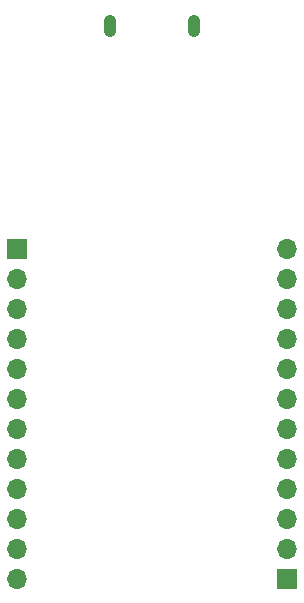
<source format=gbs>
G04 #@! TF.GenerationSoftware,KiCad,Pcbnew,(6.0.10)*
G04 #@! TF.CreationDate,2023-06-12T15:34:31-04:00*
G04 #@! TF.ProjectId,esp32_dev_board,65737033-325f-4646-9576-5f626f617264,rev?*
G04 #@! TF.SameCoordinates,Original*
G04 #@! TF.FileFunction,Soldermask,Bot*
G04 #@! TF.FilePolarity,Negative*
%FSLAX46Y46*%
G04 Gerber Fmt 4.6, Leading zero omitted, Abs format (unit mm)*
G04 Created by KiCad (PCBNEW (6.0.10)) date 2023-06-12 15:34:31*
%MOMM*%
%LPD*%
G01*
G04 APERTURE LIST*
%ADD10R,1.700000X1.700000*%
%ADD11O,1.700000X1.700000*%
%ADD12O,1.050000X1.900000*%
G04 APERTURE END LIST*
D10*
X157480000Y-109220000D03*
D11*
X157480000Y-111760000D03*
X157480000Y-114300000D03*
X157480000Y-116840000D03*
X157480000Y-119380000D03*
X157480000Y-121920000D03*
X157480000Y-124460000D03*
X157480000Y-127000000D03*
X157480000Y-129540000D03*
X157480000Y-132080000D03*
X157480000Y-134620000D03*
X157480000Y-137160000D03*
D12*
X172475000Y-90350000D03*
X165325000Y-90350000D03*
D10*
X180340000Y-137160000D03*
D11*
X180340000Y-134620000D03*
X180340000Y-132080000D03*
X180340000Y-129540000D03*
X180340000Y-127000000D03*
X180340000Y-124460000D03*
X180340000Y-121920000D03*
X180340000Y-119380000D03*
X180340000Y-116840000D03*
X180340000Y-114300000D03*
X180340000Y-111760000D03*
X180340000Y-109220000D03*
M02*

</source>
